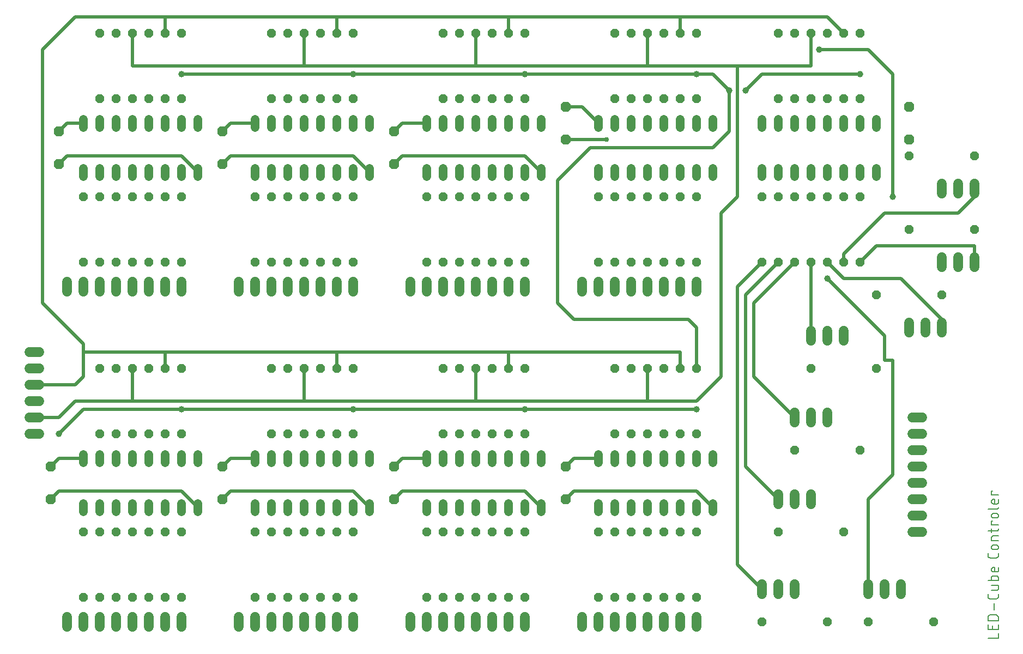
<source format=gbr>
G04 EAGLE Gerber RS-274X export*
G75*
%MOMM*%
%FSLAX34Y34*%
%LPD*%
%INTop Copper*%
%IPPOS*%
%AMOC8*
5,1,8,0,0,1.08239X$1,22.5*%
G01*
%ADD10C,0.152400*%
%ADD11C,1.320800*%
%ADD12C,1.524000*%
%ADD13P,1.429621X8X292.500000*%
%ADD14P,1.429621X8X22.500000*%
%ADD15P,1.429621X8X202.500000*%
%ADD16P,1.429621X8X112.500000*%
%ADD17P,1.732040X8X292.500000*%
%ADD18C,0.508000*%
%ADD19C,0.756400*%
%ADD20C,1.000000*%


D10*
X1506982Y26162D02*
X1523238Y26162D01*
X1523238Y33387D01*
X1523238Y39709D02*
X1523238Y46934D01*
X1523238Y39709D02*
X1506982Y39709D01*
X1506982Y46934D01*
X1514207Y45128D02*
X1514207Y39709D01*
X1506982Y53226D02*
X1523238Y53226D01*
X1506982Y53226D02*
X1506982Y57742D01*
X1506984Y57873D01*
X1506990Y58005D01*
X1506999Y58136D01*
X1507013Y58266D01*
X1507030Y58397D01*
X1507051Y58526D01*
X1507075Y58655D01*
X1507104Y58783D01*
X1507136Y58911D01*
X1507172Y59037D01*
X1507211Y59162D01*
X1507254Y59287D01*
X1507301Y59409D01*
X1507351Y59531D01*
X1507405Y59651D01*
X1507462Y59769D01*
X1507523Y59885D01*
X1507587Y60000D01*
X1507654Y60113D01*
X1507725Y60224D01*
X1507799Y60332D01*
X1507876Y60439D01*
X1507956Y60543D01*
X1508039Y60645D01*
X1508124Y60744D01*
X1508213Y60841D01*
X1508305Y60935D01*
X1508399Y61027D01*
X1508496Y61116D01*
X1508595Y61201D01*
X1508697Y61284D01*
X1508801Y61364D01*
X1508908Y61441D01*
X1509016Y61515D01*
X1509127Y61586D01*
X1509240Y61653D01*
X1509355Y61717D01*
X1509471Y61778D01*
X1509589Y61835D01*
X1509709Y61889D01*
X1509831Y61939D01*
X1509953Y61986D01*
X1510078Y62029D01*
X1510203Y62068D01*
X1510329Y62104D01*
X1510457Y62136D01*
X1510585Y62165D01*
X1510714Y62189D01*
X1510843Y62210D01*
X1510974Y62227D01*
X1511104Y62241D01*
X1511235Y62250D01*
X1511367Y62256D01*
X1511498Y62258D01*
X1511498Y62257D02*
X1518722Y62257D01*
X1518722Y62258D02*
X1518853Y62256D01*
X1518985Y62250D01*
X1519116Y62241D01*
X1519246Y62227D01*
X1519377Y62210D01*
X1519506Y62189D01*
X1519635Y62165D01*
X1519763Y62136D01*
X1519891Y62104D01*
X1520017Y62068D01*
X1520142Y62029D01*
X1520267Y61986D01*
X1520389Y61939D01*
X1520511Y61889D01*
X1520631Y61835D01*
X1520749Y61778D01*
X1520865Y61717D01*
X1520980Y61653D01*
X1521093Y61586D01*
X1521204Y61515D01*
X1521312Y61441D01*
X1521419Y61364D01*
X1521523Y61284D01*
X1521625Y61201D01*
X1521724Y61116D01*
X1521821Y61027D01*
X1521915Y60935D01*
X1522007Y60841D01*
X1522096Y60744D01*
X1522181Y60645D01*
X1522264Y60543D01*
X1522344Y60439D01*
X1522421Y60332D01*
X1522495Y60224D01*
X1522566Y60113D01*
X1522633Y60000D01*
X1522697Y59885D01*
X1522758Y59769D01*
X1522815Y59651D01*
X1522869Y59531D01*
X1522919Y59409D01*
X1522966Y59287D01*
X1523009Y59162D01*
X1523048Y59037D01*
X1523084Y58911D01*
X1523116Y58783D01*
X1523145Y58655D01*
X1523169Y58526D01*
X1523190Y58396D01*
X1523207Y58266D01*
X1523221Y58136D01*
X1523230Y58005D01*
X1523236Y57873D01*
X1523238Y57742D01*
X1523238Y53226D01*
X1516916Y69518D02*
X1516916Y80355D01*
X1523238Y90667D02*
X1523238Y94279D01*
X1523238Y90667D02*
X1523236Y90549D01*
X1523230Y90431D01*
X1523221Y90313D01*
X1523207Y90196D01*
X1523190Y90079D01*
X1523169Y89962D01*
X1523144Y89847D01*
X1523115Y89732D01*
X1523082Y89618D01*
X1523046Y89506D01*
X1523006Y89395D01*
X1522963Y89285D01*
X1522916Y89176D01*
X1522866Y89069D01*
X1522811Y88964D01*
X1522754Y88861D01*
X1522693Y88760D01*
X1522629Y88660D01*
X1522562Y88563D01*
X1522492Y88468D01*
X1522418Y88376D01*
X1522342Y88285D01*
X1522262Y88198D01*
X1522180Y88113D01*
X1522095Y88031D01*
X1522008Y87951D01*
X1521917Y87875D01*
X1521825Y87801D01*
X1521730Y87731D01*
X1521633Y87664D01*
X1521533Y87600D01*
X1521432Y87539D01*
X1521329Y87482D01*
X1521224Y87427D01*
X1521117Y87377D01*
X1521008Y87330D01*
X1520898Y87287D01*
X1520787Y87247D01*
X1520675Y87211D01*
X1520561Y87178D01*
X1520446Y87149D01*
X1520331Y87124D01*
X1520214Y87103D01*
X1520097Y87086D01*
X1519980Y87072D01*
X1519862Y87063D01*
X1519744Y87057D01*
X1519626Y87055D01*
X1510594Y87055D01*
X1510594Y87054D02*
X1510476Y87056D01*
X1510358Y87062D01*
X1510240Y87071D01*
X1510122Y87085D01*
X1510005Y87102D01*
X1509889Y87123D01*
X1509774Y87148D01*
X1509659Y87177D01*
X1509545Y87210D01*
X1509433Y87246D01*
X1509321Y87286D01*
X1509211Y87329D01*
X1509103Y87376D01*
X1508996Y87427D01*
X1508891Y87481D01*
X1508788Y87538D01*
X1508686Y87599D01*
X1508587Y87663D01*
X1508490Y87730D01*
X1508395Y87801D01*
X1508302Y87874D01*
X1508212Y87951D01*
X1508124Y88030D01*
X1508039Y88112D01*
X1507957Y88197D01*
X1507878Y88285D01*
X1507801Y88375D01*
X1507728Y88468D01*
X1507657Y88562D01*
X1507590Y88660D01*
X1507526Y88759D01*
X1507465Y88860D01*
X1507408Y88964D01*
X1507354Y89069D01*
X1507303Y89176D01*
X1507256Y89284D01*
X1507213Y89394D01*
X1507173Y89506D01*
X1507137Y89618D01*
X1507104Y89732D01*
X1507075Y89847D01*
X1507050Y89962D01*
X1507029Y90078D01*
X1507012Y90195D01*
X1506998Y90313D01*
X1506989Y90431D01*
X1506983Y90549D01*
X1506981Y90667D01*
X1506982Y90667D02*
X1506982Y94279D01*
X1512401Y100502D02*
X1520529Y100502D01*
X1520630Y100504D01*
X1520731Y100510D01*
X1520832Y100519D01*
X1520933Y100532D01*
X1521033Y100549D01*
X1521132Y100570D01*
X1521230Y100594D01*
X1521327Y100622D01*
X1521424Y100654D01*
X1521519Y100689D01*
X1521612Y100728D01*
X1521704Y100770D01*
X1521795Y100816D01*
X1521884Y100865D01*
X1521970Y100917D01*
X1522055Y100973D01*
X1522138Y101031D01*
X1522218Y101093D01*
X1522296Y101158D01*
X1522372Y101225D01*
X1522445Y101295D01*
X1522515Y101368D01*
X1522582Y101444D01*
X1522647Y101522D01*
X1522709Y101602D01*
X1522767Y101685D01*
X1522823Y101770D01*
X1522875Y101856D01*
X1522924Y101945D01*
X1522970Y102036D01*
X1523012Y102128D01*
X1523051Y102221D01*
X1523086Y102316D01*
X1523118Y102413D01*
X1523146Y102510D01*
X1523170Y102608D01*
X1523191Y102707D01*
X1523208Y102807D01*
X1523221Y102908D01*
X1523230Y103009D01*
X1523236Y103110D01*
X1523238Y103211D01*
X1523238Y107727D01*
X1512401Y107727D01*
X1506982Y115164D02*
X1523238Y115164D01*
X1523238Y119680D01*
X1523236Y119781D01*
X1523230Y119882D01*
X1523221Y119983D01*
X1523208Y120084D01*
X1523191Y120184D01*
X1523170Y120283D01*
X1523146Y120381D01*
X1523118Y120478D01*
X1523086Y120575D01*
X1523051Y120670D01*
X1523012Y120763D01*
X1522970Y120855D01*
X1522924Y120946D01*
X1522875Y121035D01*
X1522823Y121121D01*
X1522767Y121206D01*
X1522709Y121289D01*
X1522647Y121369D01*
X1522582Y121447D01*
X1522515Y121523D01*
X1522445Y121596D01*
X1522372Y121666D01*
X1522296Y121733D01*
X1522218Y121798D01*
X1522138Y121860D01*
X1522055Y121918D01*
X1521970Y121974D01*
X1521884Y122026D01*
X1521795Y122075D01*
X1521704Y122121D01*
X1521612Y122163D01*
X1521519Y122202D01*
X1521424Y122237D01*
X1521327Y122269D01*
X1521230Y122297D01*
X1521132Y122321D01*
X1521033Y122342D01*
X1520933Y122359D01*
X1520832Y122372D01*
X1520731Y122381D01*
X1520630Y122387D01*
X1520529Y122389D01*
X1515110Y122389D01*
X1515009Y122387D01*
X1514908Y122381D01*
X1514807Y122372D01*
X1514706Y122359D01*
X1514606Y122342D01*
X1514507Y122321D01*
X1514409Y122297D01*
X1514312Y122269D01*
X1514215Y122237D01*
X1514120Y122202D01*
X1514027Y122163D01*
X1513935Y122121D01*
X1513844Y122075D01*
X1513756Y122026D01*
X1513669Y121974D01*
X1513584Y121918D01*
X1513501Y121860D01*
X1513421Y121798D01*
X1513343Y121733D01*
X1513267Y121666D01*
X1513194Y121596D01*
X1513124Y121523D01*
X1513057Y121447D01*
X1512992Y121369D01*
X1512930Y121289D01*
X1512872Y121206D01*
X1512816Y121121D01*
X1512764Y121035D01*
X1512715Y120946D01*
X1512669Y120855D01*
X1512627Y120763D01*
X1512588Y120670D01*
X1512553Y120575D01*
X1512521Y120478D01*
X1512493Y120381D01*
X1512469Y120283D01*
X1512448Y120184D01*
X1512431Y120084D01*
X1512418Y119983D01*
X1512409Y119882D01*
X1512403Y119781D01*
X1512401Y119680D01*
X1512401Y115164D01*
X1523238Y131348D02*
X1523238Y135863D01*
X1523238Y131348D02*
X1523236Y131247D01*
X1523230Y131146D01*
X1523221Y131045D01*
X1523208Y130944D01*
X1523191Y130844D01*
X1523170Y130745D01*
X1523146Y130647D01*
X1523118Y130550D01*
X1523086Y130453D01*
X1523051Y130358D01*
X1523012Y130265D01*
X1522970Y130173D01*
X1522924Y130082D01*
X1522875Y129993D01*
X1522823Y129907D01*
X1522767Y129822D01*
X1522709Y129739D01*
X1522647Y129659D01*
X1522582Y129581D01*
X1522515Y129505D01*
X1522445Y129432D01*
X1522372Y129362D01*
X1522296Y129295D01*
X1522218Y129230D01*
X1522138Y129168D01*
X1522055Y129110D01*
X1521970Y129054D01*
X1521884Y129002D01*
X1521795Y128953D01*
X1521704Y128907D01*
X1521612Y128865D01*
X1521519Y128826D01*
X1521424Y128791D01*
X1521327Y128759D01*
X1521230Y128731D01*
X1521132Y128707D01*
X1521033Y128686D01*
X1520933Y128669D01*
X1520832Y128656D01*
X1520731Y128647D01*
X1520630Y128641D01*
X1520529Y128639D01*
X1520529Y128638D02*
X1516013Y128638D01*
X1516013Y128639D02*
X1515894Y128641D01*
X1515774Y128647D01*
X1515655Y128657D01*
X1515537Y128671D01*
X1515418Y128688D01*
X1515301Y128710D01*
X1515184Y128735D01*
X1515069Y128765D01*
X1514954Y128798D01*
X1514840Y128835D01*
X1514728Y128875D01*
X1514617Y128920D01*
X1514508Y128968D01*
X1514400Y129019D01*
X1514294Y129074D01*
X1514190Y129133D01*
X1514088Y129195D01*
X1513988Y129260D01*
X1513890Y129329D01*
X1513794Y129401D01*
X1513701Y129476D01*
X1513611Y129553D01*
X1513523Y129634D01*
X1513438Y129718D01*
X1513356Y129805D01*
X1513276Y129894D01*
X1513200Y129986D01*
X1513126Y130080D01*
X1513056Y130177D01*
X1512989Y130275D01*
X1512925Y130376D01*
X1512865Y130480D01*
X1512808Y130585D01*
X1512755Y130692D01*
X1512705Y130800D01*
X1512659Y130910D01*
X1512617Y131022D01*
X1512578Y131135D01*
X1512543Y131249D01*
X1512512Y131364D01*
X1512484Y131481D01*
X1512461Y131598D01*
X1512441Y131715D01*
X1512425Y131834D01*
X1512413Y131953D01*
X1512405Y132072D01*
X1512401Y132191D01*
X1512401Y132311D01*
X1512405Y132430D01*
X1512413Y132549D01*
X1512425Y132668D01*
X1512441Y132787D01*
X1512461Y132904D01*
X1512484Y133021D01*
X1512512Y133138D01*
X1512543Y133253D01*
X1512578Y133367D01*
X1512617Y133480D01*
X1512659Y133592D01*
X1512705Y133702D01*
X1512755Y133810D01*
X1512808Y133917D01*
X1512865Y134022D01*
X1512925Y134126D01*
X1512989Y134227D01*
X1513056Y134325D01*
X1513126Y134422D01*
X1513200Y134516D01*
X1513276Y134608D01*
X1513356Y134697D01*
X1513438Y134784D01*
X1513523Y134868D01*
X1513611Y134949D01*
X1513701Y135026D01*
X1513794Y135101D01*
X1513890Y135173D01*
X1513988Y135242D01*
X1514088Y135307D01*
X1514190Y135369D01*
X1514294Y135428D01*
X1514400Y135483D01*
X1514508Y135534D01*
X1514617Y135582D01*
X1514728Y135627D01*
X1514840Y135667D01*
X1514954Y135704D01*
X1515069Y135737D01*
X1515184Y135767D01*
X1515301Y135792D01*
X1515418Y135814D01*
X1515537Y135831D01*
X1515655Y135845D01*
X1515774Y135855D01*
X1515894Y135861D01*
X1516013Y135863D01*
X1517819Y135863D01*
X1517819Y128638D01*
X1523238Y154234D02*
X1523238Y157846D01*
X1523238Y154234D02*
X1523236Y154116D01*
X1523230Y153998D01*
X1523221Y153880D01*
X1523207Y153763D01*
X1523190Y153646D01*
X1523169Y153529D01*
X1523144Y153414D01*
X1523115Y153299D01*
X1523082Y153185D01*
X1523046Y153073D01*
X1523006Y152962D01*
X1522963Y152852D01*
X1522916Y152743D01*
X1522866Y152636D01*
X1522811Y152531D01*
X1522754Y152428D01*
X1522693Y152327D01*
X1522629Y152227D01*
X1522562Y152130D01*
X1522492Y152035D01*
X1522418Y151943D01*
X1522342Y151852D01*
X1522262Y151765D01*
X1522180Y151680D01*
X1522095Y151598D01*
X1522008Y151518D01*
X1521917Y151442D01*
X1521825Y151368D01*
X1521730Y151298D01*
X1521633Y151231D01*
X1521533Y151167D01*
X1521432Y151106D01*
X1521329Y151049D01*
X1521224Y150994D01*
X1521117Y150944D01*
X1521008Y150897D01*
X1520898Y150854D01*
X1520787Y150814D01*
X1520675Y150778D01*
X1520561Y150745D01*
X1520446Y150716D01*
X1520331Y150691D01*
X1520214Y150670D01*
X1520097Y150653D01*
X1519980Y150639D01*
X1519862Y150630D01*
X1519744Y150624D01*
X1519626Y150622D01*
X1519626Y150621D02*
X1510594Y150621D01*
X1510476Y150623D01*
X1510358Y150629D01*
X1510240Y150638D01*
X1510122Y150652D01*
X1510005Y150669D01*
X1509889Y150690D01*
X1509774Y150715D01*
X1509659Y150744D01*
X1509545Y150777D01*
X1509433Y150813D01*
X1509321Y150853D01*
X1509211Y150896D01*
X1509103Y150943D01*
X1508996Y150994D01*
X1508891Y151048D01*
X1508788Y151105D01*
X1508686Y151166D01*
X1508587Y151230D01*
X1508490Y151297D01*
X1508395Y151368D01*
X1508302Y151441D01*
X1508212Y151518D01*
X1508124Y151597D01*
X1508039Y151679D01*
X1507957Y151764D01*
X1507878Y151852D01*
X1507801Y151942D01*
X1507728Y152035D01*
X1507657Y152129D01*
X1507590Y152227D01*
X1507526Y152326D01*
X1507465Y152427D01*
X1507408Y152531D01*
X1507354Y152636D01*
X1507303Y152743D01*
X1507256Y152851D01*
X1507213Y152961D01*
X1507173Y153073D01*
X1507137Y153185D01*
X1507104Y153299D01*
X1507075Y153414D01*
X1507050Y153529D01*
X1507029Y153645D01*
X1507012Y153762D01*
X1506998Y153880D01*
X1506989Y153998D01*
X1506983Y154116D01*
X1506981Y154234D01*
X1506982Y154234D02*
X1506982Y157846D01*
X1516013Y163548D02*
X1519626Y163548D01*
X1516013Y163548D02*
X1515894Y163550D01*
X1515774Y163556D01*
X1515655Y163566D01*
X1515537Y163580D01*
X1515418Y163597D01*
X1515301Y163619D01*
X1515184Y163644D01*
X1515069Y163674D01*
X1514954Y163707D01*
X1514840Y163744D01*
X1514728Y163784D01*
X1514617Y163829D01*
X1514508Y163877D01*
X1514400Y163928D01*
X1514294Y163983D01*
X1514190Y164042D01*
X1514088Y164104D01*
X1513988Y164169D01*
X1513890Y164238D01*
X1513794Y164310D01*
X1513701Y164385D01*
X1513611Y164462D01*
X1513523Y164543D01*
X1513438Y164627D01*
X1513356Y164714D01*
X1513276Y164803D01*
X1513200Y164895D01*
X1513126Y164989D01*
X1513056Y165086D01*
X1512989Y165184D01*
X1512925Y165285D01*
X1512865Y165389D01*
X1512808Y165494D01*
X1512755Y165601D01*
X1512705Y165709D01*
X1512659Y165819D01*
X1512617Y165931D01*
X1512578Y166044D01*
X1512543Y166158D01*
X1512512Y166273D01*
X1512484Y166390D01*
X1512461Y166507D01*
X1512441Y166624D01*
X1512425Y166743D01*
X1512413Y166862D01*
X1512405Y166981D01*
X1512401Y167100D01*
X1512401Y167220D01*
X1512405Y167339D01*
X1512413Y167458D01*
X1512425Y167577D01*
X1512441Y167696D01*
X1512461Y167813D01*
X1512484Y167930D01*
X1512512Y168047D01*
X1512543Y168162D01*
X1512578Y168276D01*
X1512617Y168389D01*
X1512659Y168501D01*
X1512705Y168611D01*
X1512755Y168719D01*
X1512808Y168826D01*
X1512865Y168931D01*
X1512925Y169035D01*
X1512989Y169136D01*
X1513056Y169234D01*
X1513126Y169331D01*
X1513200Y169425D01*
X1513276Y169517D01*
X1513356Y169606D01*
X1513438Y169693D01*
X1513523Y169777D01*
X1513611Y169858D01*
X1513701Y169935D01*
X1513794Y170010D01*
X1513890Y170082D01*
X1513988Y170151D01*
X1514088Y170216D01*
X1514190Y170278D01*
X1514294Y170337D01*
X1514400Y170392D01*
X1514508Y170443D01*
X1514617Y170491D01*
X1514728Y170536D01*
X1514840Y170576D01*
X1514954Y170613D01*
X1515069Y170646D01*
X1515184Y170676D01*
X1515301Y170701D01*
X1515418Y170723D01*
X1515537Y170740D01*
X1515655Y170754D01*
X1515774Y170764D01*
X1515894Y170770D01*
X1516013Y170772D01*
X1516013Y170773D02*
X1519626Y170773D01*
X1519626Y170772D02*
X1519745Y170770D01*
X1519865Y170764D01*
X1519984Y170754D01*
X1520102Y170740D01*
X1520221Y170723D01*
X1520338Y170701D01*
X1520455Y170676D01*
X1520570Y170646D01*
X1520685Y170613D01*
X1520799Y170576D01*
X1520911Y170536D01*
X1521022Y170491D01*
X1521131Y170443D01*
X1521239Y170392D01*
X1521345Y170337D01*
X1521449Y170278D01*
X1521551Y170216D01*
X1521651Y170151D01*
X1521749Y170082D01*
X1521845Y170010D01*
X1521938Y169935D01*
X1522028Y169858D01*
X1522116Y169777D01*
X1522201Y169693D01*
X1522283Y169606D01*
X1522363Y169517D01*
X1522439Y169425D01*
X1522513Y169331D01*
X1522583Y169234D01*
X1522650Y169136D01*
X1522714Y169035D01*
X1522774Y168931D01*
X1522831Y168826D01*
X1522884Y168719D01*
X1522934Y168611D01*
X1522980Y168501D01*
X1523022Y168389D01*
X1523061Y168276D01*
X1523096Y168162D01*
X1523127Y168047D01*
X1523155Y167930D01*
X1523178Y167813D01*
X1523198Y167696D01*
X1523214Y167577D01*
X1523226Y167458D01*
X1523234Y167339D01*
X1523238Y167220D01*
X1523238Y167100D01*
X1523234Y166981D01*
X1523226Y166862D01*
X1523214Y166743D01*
X1523198Y166624D01*
X1523178Y166507D01*
X1523155Y166390D01*
X1523127Y166273D01*
X1523096Y166158D01*
X1523061Y166044D01*
X1523022Y165931D01*
X1522980Y165819D01*
X1522934Y165709D01*
X1522884Y165601D01*
X1522831Y165494D01*
X1522774Y165389D01*
X1522714Y165285D01*
X1522650Y165184D01*
X1522583Y165086D01*
X1522513Y164989D01*
X1522439Y164895D01*
X1522363Y164803D01*
X1522283Y164714D01*
X1522201Y164627D01*
X1522116Y164543D01*
X1522028Y164462D01*
X1521938Y164385D01*
X1521845Y164310D01*
X1521749Y164238D01*
X1521651Y164169D01*
X1521551Y164104D01*
X1521449Y164042D01*
X1521345Y163983D01*
X1521239Y163928D01*
X1521131Y163877D01*
X1521022Y163829D01*
X1520911Y163784D01*
X1520799Y163744D01*
X1520685Y163707D01*
X1520570Y163674D01*
X1520455Y163644D01*
X1520338Y163619D01*
X1520221Y163597D01*
X1520102Y163580D01*
X1519984Y163566D01*
X1519865Y163556D01*
X1519745Y163550D01*
X1519626Y163548D01*
X1523238Y177616D02*
X1512401Y177616D01*
X1512401Y182132D01*
X1512403Y182236D01*
X1512409Y182339D01*
X1512419Y182443D01*
X1512433Y182546D01*
X1512451Y182648D01*
X1512472Y182749D01*
X1512498Y182850D01*
X1512527Y182949D01*
X1512560Y183048D01*
X1512597Y183145D01*
X1512638Y183240D01*
X1512682Y183334D01*
X1512730Y183426D01*
X1512781Y183516D01*
X1512836Y183605D01*
X1512894Y183691D01*
X1512956Y183774D01*
X1513020Y183856D01*
X1513088Y183934D01*
X1513158Y184010D01*
X1513231Y184084D01*
X1513308Y184154D01*
X1513386Y184222D01*
X1513468Y184286D01*
X1513551Y184348D01*
X1513637Y184406D01*
X1513726Y184461D01*
X1513816Y184512D01*
X1513908Y184560D01*
X1514002Y184604D01*
X1514097Y184645D01*
X1514194Y184682D01*
X1514293Y184715D01*
X1514392Y184744D01*
X1514493Y184770D01*
X1514594Y184791D01*
X1514696Y184809D01*
X1514799Y184823D01*
X1514903Y184833D01*
X1515006Y184839D01*
X1515110Y184841D01*
X1523238Y184841D01*
X1512401Y190387D02*
X1512401Y195806D01*
X1506982Y192193D02*
X1520529Y192193D01*
X1520630Y192195D01*
X1520731Y192201D01*
X1520832Y192210D01*
X1520933Y192223D01*
X1521033Y192240D01*
X1521132Y192261D01*
X1521230Y192285D01*
X1521327Y192313D01*
X1521424Y192345D01*
X1521519Y192380D01*
X1521612Y192419D01*
X1521704Y192461D01*
X1521795Y192507D01*
X1521884Y192556D01*
X1521970Y192608D01*
X1522055Y192664D01*
X1522138Y192722D01*
X1522218Y192784D01*
X1522296Y192849D01*
X1522372Y192916D01*
X1522445Y192986D01*
X1522515Y193059D01*
X1522582Y193135D01*
X1522647Y193213D01*
X1522709Y193293D01*
X1522767Y193376D01*
X1522823Y193461D01*
X1522875Y193547D01*
X1522924Y193636D01*
X1522970Y193727D01*
X1523012Y193819D01*
X1523051Y193912D01*
X1523086Y194007D01*
X1523118Y194104D01*
X1523146Y194201D01*
X1523170Y194299D01*
X1523191Y194398D01*
X1523208Y194498D01*
X1523221Y194599D01*
X1523230Y194700D01*
X1523236Y194801D01*
X1523238Y194902D01*
X1523238Y195806D01*
X1523238Y202190D02*
X1512401Y202190D01*
X1512401Y207608D01*
X1514207Y207608D01*
X1516013Y212526D02*
X1519626Y212526D01*
X1516013Y212526D02*
X1515894Y212528D01*
X1515774Y212534D01*
X1515655Y212544D01*
X1515537Y212558D01*
X1515418Y212575D01*
X1515301Y212597D01*
X1515184Y212622D01*
X1515069Y212652D01*
X1514954Y212685D01*
X1514840Y212722D01*
X1514728Y212762D01*
X1514617Y212807D01*
X1514508Y212855D01*
X1514400Y212906D01*
X1514294Y212961D01*
X1514190Y213020D01*
X1514088Y213082D01*
X1513988Y213147D01*
X1513890Y213216D01*
X1513794Y213288D01*
X1513701Y213363D01*
X1513611Y213440D01*
X1513523Y213521D01*
X1513438Y213605D01*
X1513356Y213692D01*
X1513276Y213781D01*
X1513200Y213873D01*
X1513126Y213967D01*
X1513056Y214064D01*
X1512989Y214162D01*
X1512925Y214263D01*
X1512865Y214367D01*
X1512808Y214472D01*
X1512755Y214579D01*
X1512705Y214687D01*
X1512659Y214797D01*
X1512617Y214909D01*
X1512578Y215022D01*
X1512543Y215136D01*
X1512512Y215251D01*
X1512484Y215368D01*
X1512461Y215485D01*
X1512441Y215602D01*
X1512425Y215721D01*
X1512413Y215840D01*
X1512405Y215959D01*
X1512401Y216078D01*
X1512401Y216198D01*
X1512405Y216317D01*
X1512413Y216436D01*
X1512425Y216555D01*
X1512441Y216674D01*
X1512461Y216791D01*
X1512484Y216908D01*
X1512512Y217025D01*
X1512543Y217140D01*
X1512578Y217254D01*
X1512617Y217367D01*
X1512659Y217479D01*
X1512705Y217589D01*
X1512755Y217697D01*
X1512808Y217804D01*
X1512865Y217909D01*
X1512925Y218013D01*
X1512989Y218114D01*
X1513056Y218212D01*
X1513126Y218309D01*
X1513200Y218403D01*
X1513276Y218495D01*
X1513356Y218584D01*
X1513438Y218671D01*
X1513523Y218755D01*
X1513611Y218836D01*
X1513701Y218913D01*
X1513794Y218988D01*
X1513890Y219060D01*
X1513988Y219129D01*
X1514088Y219194D01*
X1514190Y219256D01*
X1514294Y219315D01*
X1514400Y219370D01*
X1514508Y219421D01*
X1514617Y219469D01*
X1514728Y219514D01*
X1514840Y219554D01*
X1514954Y219591D01*
X1515069Y219624D01*
X1515184Y219654D01*
X1515301Y219679D01*
X1515418Y219701D01*
X1515537Y219718D01*
X1515655Y219732D01*
X1515774Y219742D01*
X1515894Y219748D01*
X1516013Y219750D01*
X1516013Y219751D02*
X1519626Y219751D01*
X1519626Y219750D02*
X1519745Y219748D01*
X1519865Y219742D01*
X1519984Y219732D01*
X1520102Y219718D01*
X1520221Y219701D01*
X1520338Y219679D01*
X1520455Y219654D01*
X1520570Y219624D01*
X1520685Y219591D01*
X1520799Y219554D01*
X1520911Y219514D01*
X1521022Y219469D01*
X1521131Y219421D01*
X1521239Y219370D01*
X1521345Y219315D01*
X1521449Y219256D01*
X1521551Y219194D01*
X1521651Y219129D01*
X1521749Y219060D01*
X1521845Y218988D01*
X1521938Y218913D01*
X1522028Y218836D01*
X1522116Y218755D01*
X1522201Y218671D01*
X1522283Y218584D01*
X1522363Y218495D01*
X1522439Y218403D01*
X1522513Y218309D01*
X1522583Y218212D01*
X1522650Y218114D01*
X1522714Y218013D01*
X1522774Y217909D01*
X1522831Y217804D01*
X1522884Y217697D01*
X1522934Y217589D01*
X1522980Y217479D01*
X1523022Y217367D01*
X1523061Y217254D01*
X1523096Y217140D01*
X1523127Y217025D01*
X1523155Y216908D01*
X1523178Y216791D01*
X1523198Y216674D01*
X1523214Y216555D01*
X1523226Y216436D01*
X1523234Y216317D01*
X1523238Y216198D01*
X1523238Y216078D01*
X1523234Y215959D01*
X1523226Y215840D01*
X1523214Y215721D01*
X1523198Y215602D01*
X1523178Y215485D01*
X1523155Y215368D01*
X1523127Y215251D01*
X1523096Y215136D01*
X1523061Y215022D01*
X1523022Y214909D01*
X1522980Y214797D01*
X1522934Y214687D01*
X1522884Y214579D01*
X1522831Y214472D01*
X1522774Y214367D01*
X1522714Y214263D01*
X1522650Y214162D01*
X1522583Y214064D01*
X1522513Y213967D01*
X1522439Y213873D01*
X1522363Y213781D01*
X1522283Y213692D01*
X1522201Y213605D01*
X1522116Y213521D01*
X1522028Y213440D01*
X1521938Y213363D01*
X1521845Y213288D01*
X1521749Y213216D01*
X1521651Y213147D01*
X1521551Y213082D01*
X1521449Y213020D01*
X1521345Y212961D01*
X1521239Y212906D01*
X1521131Y212855D01*
X1521022Y212807D01*
X1520911Y212762D01*
X1520799Y212722D01*
X1520685Y212685D01*
X1520570Y212652D01*
X1520455Y212622D01*
X1520338Y212597D01*
X1520221Y212575D01*
X1520102Y212558D01*
X1519984Y212544D01*
X1519865Y212534D01*
X1519745Y212528D01*
X1519626Y212526D01*
X1520529Y226310D02*
X1506982Y226310D01*
X1520529Y226310D02*
X1520630Y226312D01*
X1520731Y226318D01*
X1520832Y226327D01*
X1520933Y226340D01*
X1521033Y226357D01*
X1521132Y226378D01*
X1521230Y226402D01*
X1521327Y226430D01*
X1521424Y226462D01*
X1521519Y226497D01*
X1521612Y226536D01*
X1521704Y226578D01*
X1521795Y226624D01*
X1521884Y226673D01*
X1521970Y226725D01*
X1522055Y226781D01*
X1522138Y226839D01*
X1522218Y226901D01*
X1522296Y226966D01*
X1522372Y227033D01*
X1522445Y227103D01*
X1522515Y227176D01*
X1522582Y227252D01*
X1522647Y227330D01*
X1522709Y227410D01*
X1522767Y227493D01*
X1522823Y227578D01*
X1522875Y227664D01*
X1522924Y227753D01*
X1522970Y227844D01*
X1523012Y227936D01*
X1523051Y228029D01*
X1523086Y228124D01*
X1523118Y228221D01*
X1523146Y228318D01*
X1523170Y228416D01*
X1523191Y228515D01*
X1523208Y228615D01*
X1523221Y228716D01*
X1523230Y228817D01*
X1523236Y228918D01*
X1523238Y229019D01*
X1523238Y237119D02*
X1523238Y241634D01*
X1523238Y237119D02*
X1523236Y237018D01*
X1523230Y236917D01*
X1523221Y236816D01*
X1523208Y236715D01*
X1523191Y236615D01*
X1523170Y236516D01*
X1523146Y236418D01*
X1523118Y236321D01*
X1523086Y236224D01*
X1523051Y236129D01*
X1523012Y236036D01*
X1522970Y235944D01*
X1522924Y235853D01*
X1522875Y235764D01*
X1522823Y235678D01*
X1522767Y235593D01*
X1522709Y235510D01*
X1522647Y235430D01*
X1522582Y235352D01*
X1522515Y235276D01*
X1522445Y235203D01*
X1522372Y235133D01*
X1522296Y235066D01*
X1522218Y235001D01*
X1522138Y234939D01*
X1522055Y234881D01*
X1521970Y234825D01*
X1521884Y234773D01*
X1521795Y234724D01*
X1521704Y234678D01*
X1521612Y234636D01*
X1521519Y234597D01*
X1521424Y234562D01*
X1521327Y234530D01*
X1521230Y234502D01*
X1521132Y234478D01*
X1521033Y234457D01*
X1520933Y234440D01*
X1520832Y234427D01*
X1520731Y234418D01*
X1520630Y234412D01*
X1520529Y234410D01*
X1520529Y234409D02*
X1516013Y234409D01*
X1516013Y234410D02*
X1515894Y234412D01*
X1515774Y234418D01*
X1515655Y234428D01*
X1515537Y234442D01*
X1515418Y234459D01*
X1515301Y234481D01*
X1515184Y234506D01*
X1515069Y234536D01*
X1514954Y234569D01*
X1514840Y234606D01*
X1514728Y234646D01*
X1514617Y234691D01*
X1514508Y234739D01*
X1514400Y234790D01*
X1514294Y234845D01*
X1514190Y234904D01*
X1514088Y234966D01*
X1513988Y235031D01*
X1513890Y235100D01*
X1513794Y235172D01*
X1513701Y235247D01*
X1513611Y235324D01*
X1513523Y235405D01*
X1513438Y235489D01*
X1513356Y235576D01*
X1513276Y235665D01*
X1513200Y235757D01*
X1513126Y235851D01*
X1513056Y235948D01*
X1512989Y236046D01*
X1512925Y236147D01*
X1512865Y236251D01*
X1512808Y236356D01*
X1512755Y236463D01*
X1512705Y236571D01*
X1512659Y236681D01*
X1512617Y236793D01*
X1512578Y236906D01*
X1512543Y237020D01*
X1512512Y237135D01*
X1512484Y237252D01*
X1512461Y237369D01*
X1512441Y237486D01*
X1512425Y237605D01*
X1512413Y237724D01*
X1512405Y237843D01*
X1512401Y237962D01*
X1512401Y238082D01*
X1512405Y238201D01*
X1512413Y238320D01*
X1512425Y238439D01*
X1512441Y238558D01*
X1512461Y238675D01*
X1512484Y238792D01*
X1512512Y238909D01*
X1512543Y239024D01*
X1512578Y239138D01*
X1512617Y239251D01*
X1512659Y239363D01*
X1512705Y239473D01*
X1512755Y239581D01*
X1512808Y239688D01*
X1512865Y239793D01*
X1512925Y239897D01*
X1512989Y239998D01*
X1513056Y240096D01*
X1513126Y240193D01*
X1513200Y240287D01*
X1513276Y240379D01*
X1513356Y240468D01*
X1513438Y240555D01*
X1513523Y240639D01*
X1513611Y240720D01*
X1513701Y240797D01*
X1513794Y240872D01*
X1513890Y240944D01*
X1513988Y241013D01*
X1514088Y241078D01*
X1514190Y241140D01*
X1514294Y241199D01*
X1514400Y241254D01*
X1514508Y241305D01*
X1514617Y241353D01*
X1514728Y241398D01*
X1514840Y241438D01*
X1514954Y241475D01*
X1515069Y241508D01*
X1515184Y241538D01*
X1515301Y241563D01*
X1515418Y241585D01*
X1515537Y241602D01*
X1515655Y241616D01*
X1515774Y241626D01*
X1515894Y241632D01*
X1516013Y241634D01*
X1517819Y241634D01*
X1517819Y234409D01*
X1523238Y248562D02*
X1512401Y248562D01*
X1512401Y253981D01*
X1514207Y253981D01*
D11*
X101600Y235204D02*
X101600Y221996D01*
X127000Y221996D02*
X127000Y235204D01*
X254000Y235204D02*
X254000Y221996D01*
X279400Y221996D02*
X279400Y235204D01*
X152400Y235204D02*
X152400Y221996D01*
X177800Y221996D02*
X177800Y235204D01*
X228600Y235204D02*
X228600Y221996D01*
X203200Y221996D02*
X203200Y235204D01*
X279400Y298196D02*
X279400Y311404D01*
X254000Y311404D02*
X254000Y298196D01*
X228600Y298196D02*
X228600Y311404D01*
X203200Y311404D02*
X203200Y298196D01*
X177800Y298196D02*
X177800Y311404D01*
X152400Y311404D02*
X152400Y298196D01*
X127000Y298196D02*
X127000Y311404D01*
X101600Y311404D02*
X101600Y298196D01*
X368300Y235204D02*
X368300Y221996D01*
X393700Y221996D02*
X393700Y235204D01*
X520700Y235204D02*
X520700Y221996D01*
X546100Y221996D02*
X546100Y235204D01*
X419100Y235204D02*
X419100Y221996D01*
X444500Y221996D02*
X444500Y235204D01*
X495300Y235204D02*
X495300Y221996D01*
X469900Y221996D02*
X469900Y235204D01*
X546100Y298196D02*
X546100Y311404D01*
X520700Y311404D02*
X520700Y298196D01*
X495300Y298196D02*
X495300Y311404D01*
X469900Y311404D02*
X469900Y298196D01*
X444500Y298196D02*
X444500Y311404D01*
X419100Y311404D02*
X419100Y298196D01*
X393700Y298196D02*
X393700Y311404D01*
X368300Y311404D02*
X368300Y298196D01*
X635000Y235204D02*
X635000Y221996D01*
X660400Y221996D02*
X660400Y235204D01*
X787400Y235204D02*
X787400Y221996D01*
X812800Y221996D02*
X812800Y235204D01*
X685800Y235204D02*
X685800Y221996D01*
X711200Y221996D02*
X711200Y235204D01*
X762000Y235204D02*
X762000Y221996D01*
X736600Y221996D02*
X736600Y235204D01*
X812800Y298196D02*
X812800Y311404D01*
X787400Y311404D02*
X787400Y298196D01*
X762000Y298196D02*
X762000Y311404D01*
X736600Y311404D02*
X736600Y298196D01*
X711200Y298196D02*
X711200Y311404D01*
X685800Y311404D02*
X685800Y298196D01*
X660400Y298196D02*
X660400Y311404D01*
X635000Y311404D02*
X635000Y298196D01*
X901700Y235204D02*
X901700Y221996D01*
X927100Y221996D02*
X927100Y235204D01*
X1054100Y235204D02*
X1054100Y221996D01*
X1079500Y221996D02*
X1079500Y235204D01*
X952500Y235204D02*
X952500Y221996D01*
X977900Y221996D02*
X977900Y235204D01*
X1028700Y235204D02*
X1028700Y221996D01*
X1003300Y221996D02*
X1003300Y235204D01*
X1079500Y298196D02*
X1079500Y311404D01*
X1054100Y311404D02*
X1054100Y298196D01*
X1028700Y298196D02*
X1028700Y311404D01*
X1003300Y311404D02*
X1003300Y298196D01*
X977900Y298196D02*
X977900Y311404D01*
X952500Y311404D02*
X952500Y298196D01*
X927100Y298196D02*
X927100Y311404D01*
X901700Y311404D02*
X901700Y298196D01*
X101600Y742696D02*
X101600Y755904D01*
X127000Y755904D02*
X127000Y742696D01*
X254000Y742696D02*
X254000Y755904D01*
X279400Y755904D02*
X279400Y742696D01*
X152400Y742696D02*
X152400Y755904D01*
X177800Y755904D02*
X177800Y742696D01*
X228600Y742696D02*
X228600Y755904D01*
X203200Y755904D02*
X203200Y742696D01*
X279400Y818896D02*
X279400Y832104D01*
X254000Y832104D02*
X254000Y818896D01*
X228600Y818896D02*
X228600Y832104D01*
X203200Y832104D02*
X203200Y818896D01*
X177800Y818896D02*
X177800Y832104D01*
X152400Y832104D02*
X152400Y818896D01*
X127000Y818896D02*
X127000Y832104D01*
X101600Y832104D02*
X101600Y818896D01*
X368300Y755904D02*
X368300Y742696D01*
X393700Y742696D02*
X393700Y755904D01*
X520700Y755904D02*
X520700Y742696D01*
X546100Y742696D02*
X546100Y755904D01*
X419100Y755904D02*
X419100Y742696D01*
X444500Y742696D02*
X444500Y755904D01*
X495300Y755904D02*
X495300Y742696D01*
X469900Y742696D02*
X469900Y755904D01*
X546100Y818896D02*
X546100Y832104D01*
X520700Y832104D02*
X520700Y818896D01*
X495300Y818896D02*
X495300Y832104D01*
X469900Y832104D02*
X469900Y818896D01*
X444500Y818896D02*
X444500Y832104D01*
X419100Y832104D02*
X419100Y818896D01*
X393700Y818896D02*
X393700Y832104D01*
X368300Y832104D02*
X368300Y818896D01*
X635000Y755904D02*
X635000Y742696D01*
X660400Y742696D02*
X660400Y755904D01*
X787400Y755904D02*
X787400Y742696D01*
X812800Y742696D02*
X812800Y755904D01*
X685800Y755904D02*
X685800Y742696D01*
X711200Y742696D02*
X711200Y755904D01*
X762000Y755904D02*
X762000Y742696D01*
X736600Y742696D02*
X736600Y755904D01*
X812800Y818896D02*
X812800Y832104D01*
X787400Y832104D02*
X787400Y818896D01*
X762000Y818896D02*
X762000Y832104D01*
X736600Y832104D02*
X736600Y818896D01*
X711200Y818896D02*
X711200Y832104D01*
X685800Y832104D02*
X685800Y818896D01*
X660400Y818896D02*
X660400Y832104D01*
X635000Y832104D02*
X635000Y818896D01*
X901700Y755904D02*
X901700Y742696D01*
X927100Y742696D02*
X927100Y755904D01*
X1054100Y755904D02*
X1054100Y742696D01*
X1079500Y742696D02*
X1079500Y755904D01*
X952500Y755904D02*
X952500Y742696D01*
X977900Y742696D02*
X977900Y755904D01*
X1028700Y755904D02*
X1028700Y742696D01*
X1003300Y742696D02*
X1003300Y755904D01*
X1079500Y818896D02*
X1079500Y832104D01*
X1054100Y832104D02*
X1054100Y818896D01*
X1028700Y818896D02*
X1028700Y832104D01*
X1003300Y832104D02*
X1003300Y818896D01*
X977900Y818896D02*
X977900Y832104D01*
X952500Y832104D02*
X952500Y818896D01*
X927100Y818896D02*
X927100Y832104D01*
X901700Y832104D02*
X901700Y818896D01*
X1155700Y755904D02*
X1155700Y742696D01*
X1181100Y742696D02*
X1181100Y755904D01*
X1308100Y755904D02*
X1308100Y742696D01*
X1333500Y742696D02*
X1333500Y755904D01*
X1206500Y755904D02*
X1206500Y742696D01*
X1231900Y742696D02*
X1231900Y755904D01*
X1282700Y755904D02*
X1282700Y742696D01*
X1257300Y742696D02*
X1257300Y755904D01*
X1333500Y818896D02*
X1333500Y832104D01*
X1308100Y832104D02*
X1308100Y818896D01*
X1282700Y818896D02*
X1282700Y832104D01*
X1257300Y832104D02*
X1257300Y818896D01*
X1231900Y818896D02*
X1231900Y832104D01*
X1206500Y832104D02*
X1206500Y818896D01*
X1181100Y818896D02*
X1181100Y832104D01*
X1155700Y832104D02*
X1155700Y818896D01*
D12*
X76200Y58420D02*
X76200Y43180D01*
X101600Y43180D02*
X101600Y58420D01*
X127000Y58420D02*
X127000Y43180D01*
X152400Y43180D02*
X152400Y58420D01*
X177800Y58420D02*
X177800Y43180D01*
X203200Y43180D02*
X203200Y58420D01*
X228600Y58420D02*
X228600Y43180D01*
X254000Y43180D02*
X254000Y58420D01*
X33020Y469900D02*
X17780Y469900D01*
X17780Y444500D02*
X33020Y444500D01*
X33020Y419100D02*
X17780Y419100D01*
X17780Y393700D02*
X33020Y393700D01*
X33020Y368300D02*
X17780Y368300D01*
X17780Y342900D02*
X33020Y342900D01*
X342900Y58420D02*
X342900Y43180D01*
X368300Y43180D02*
X368300Y58420D01*
X393700Y58420D02*
X393700Y43180D01*
X419100Y43180D02*
X419100Y58420D01*
X444500Y58420D02*
X444500Y43180D01*
X469900Y43180D02*
X469900Y58420D01*
X495300Y58420D02*
X495300Y43180D01*
X520700Y43180D02*
X520700Y58420D01*
X609600Y58420D02*
X609600Y43180D01*
X635000Y43180D02*
X635000Y58420D01*
X660400Y58420D02*
X660400Y43180D01*
X685800Y43180D02*
X685800Y58420D01*
X711200Y58420D02*
X711200Y43180D01*
X736600Y43180D02*
X736600Y58420D01*
X762000Y58420D02*
X762000Y43180D01*
X787400Y43180D02*
X787400Y58420D01*
X876300Y58420D02*
X876300Y43180D01*
X901700Y43180D02*
X901700Y58420D01*
X927100Y58420D02*
X927100Y43180D01*
X952500Y43180D02*
X952500Y58420D01*
X977900Y58420D02*
X977900Y43180D01*
X1003300Y43180D02*
X1003300Y58420D01*
X1028700Y58420D02*
X1028700Y43180D01*
X1054100Y43180D02*
X1054100Y58420D01*
X76200Y563880D02*
X76200Y579120D01*
X101600Y579120D02*
X101600Y563880D01*
X127000Y563880D02*
X127000Y579120D01*
X152400Y579120D02*
X152400Y563880D01*
X177800Y563880D02*
X177800Y579120D01*
X203200Y579120D02*
X203200Y563880D01*
X228600Y563880D02*
X228600Y579120D01*
X254000Y579120D02*
X254000Y563880D01*
X342900Y563880D02*
X342900Y579120D01*
X368300Y579120D02*
X368300Y563880D01*
X393700Y563880D02*
X393700Y579120D01*
X419100Y579120D02*
X419100Y563880D01*
X444500Y563880D02*
X444500Y579120D01*
X469900Y579120D02*
X469900Y563880D01*
X495300Y563880D02*
X495300Y579120D01*
X520700Y579120D02*
X520700Y563880D01*
X609600Y563880D02*
X609600Y579120D01*
X635000Y579120D02*
X635000Y563880D01*
X660400Y563880D02*
X660400Y579120D01*
X685800Y579120D02*
X685800Y563880D01*
X711200Y563880D02*
X711200Y579120D01*
X736600Y579120D02*
X736600Y563880D01*
X762000Y563880D02*
X762000Y579120D01*
X787400Y579120D02*
X787400Y563880D01*
X876300Y563880D02*
X876300Y579120D01*
X901700Y579120D02*
X901700Y563880D01*
X927100Y563880D02*
X927100Y579120D01*
X952500Y579120D02*
X952500Y563880D01*
X977900Y563880D02*
X977900Y579120D01*
X1003300Y579120D02*
X1003300Y563880D01*
X1028700Y563880D02*
X1028700Y579120D01*
X1054100Y579120D02*
X1054100Y563880D01*
X1389380Y190500D02*
X1404620Y190500D01*
X1404620Y215900D02*
X1389380Y215900D01*
X1389380Y241300D02*
X1404620Y241300D01*
X1404620Y266700D02*
X1389380Y266700D01*
X1389380Y292100D02*
X1404620Y292100D01*
X1404620Y317500D02*
X1389380Y317500D01*
X1389380Y342900D02*
X1404620Y342900D01*
X1404620Y368300D02*
X1389380Y368300D01*
X1181100Y248920D02*
X1181100Y233680D01*
X1206500Y233680D02*
X1206500Y248920D01*
X1231900Y248920D02*
X1231900Y233680D01*
X1206500Y360680D02*
X1206500Y375920D01*
X1231900Y375920D02*
X1231900Y360680D01*
X1257300Y360680D02*
X1257300Y375920D01*
X1231900Y487680D02*
X1231900Y502920D01*
X1257300Y502920D02*
X1257300Y487680D01*
X1282700Y487680D02*
X1282700Y502920D01*
X1435100Y500380D02*
X1435100Y515620D01*
X1409700Y515620D02*
X1409700Y500380D01*
X1384300Y500380D02*
X1384300Y515620D01*
X1320800Y109220D02*
X1320800Y93980D01*
X1346200Y93980D02*
X1346200Y109220D01*
X1371600Y109220D02*
X1371600Y93980D01*
X1155700Y93980D02*
X1155700Y109220D01*
X1181100Y109220D02*
X1181100Y93980D01*
X1206500Y93980D02*
X1206500Y109220D01*
X1485900Y716280D02*
X1485900Y731520D01*
X1460500Y731520D02*
X1460500Y716280D01*
X1435100Y716280D02*
X1435100Y731520D01*
X1485900Y617220D02*
X1485900Y601980D01*
X1460500Y601980D02*
X1460500Y617220D01*
X1435100Y617220D02*
X1435100Y601980D01*
D13*
X152400Y444500D03*
X152400Y342900D03*
X203200Y190500D03*
X203200Y88900D03*
X1231900Y965200D03*
X1231900Y863600D03*
X1181100Y711200D03*
X1181100Y609600D03*
D14*
X1181100Y190500D03*
X1282700Y190500D03*
D13*
X1206500Y711200D03*
X1206500Y609600D03*
D14*
X1206500Y317500D03*
X1308100Y317500D03*
D13*
X1231900Y711200D03*
X1231900Y609600D03*
D14*
X1231900Y444500D03*
X1333500Y444500D03*
D13*
X1257300Y711200D03*
X1257300Y609600D03*
D15*
X1435100Y558800D03*
X1333500Y558800D03*
D16*
X1181100Y863600D03*
X1181100Y965200D03*
D13*
X228600Y190500D03*
X228600Y88900D03*
D14*
X1320800Y50800D03*
X1422400Y50800D03*
D13*
X1155700Y711200D03*
X1155700Y609600D03*
D14*
X1155700Y50800D03*
X1257300Y50800D03*
D13*
X1282700Y711200D03*
X1282700Y609600D03*
D15*
X1485900Y774700D03*
X1384300Y774700D03*
D13*
X1308100Y711200D03*
X1308100Y609600D03*
D15*
X1485900Y660400D03*
X1384300Y660400D03*
D13*
X203200Y444500D03*
X203200Y342900D03*
X520700Y444500D03*
X520700Y342900D03*
X469900Y444500D03*
X469900Y342900D03*
X254000Y190500D03*
X254000Y88900D03*
X520700Y965200D03*
X520700Y863600D03*
X469900Y965200D03*
X469900Y863600D03*
X787400Y965200D03*
X787400Y863600D03*
X736600Y965200D03*
X736600Y863600D03*
X1054100Y965200D03*
X1054100Y863600D03*
X1003300Y965200D03*
X1003300Y863600D03*
X419100Y444500D03*
X419100Y342900D03*
X495300Y444500D03*
X495300Y342900D03*
X1308100Y965200D03*
X1308100Y863600D03*
X444500Y444500D03*
X444500Y342900D03*
D16*
X393700Y342900D03*
X393700Y444500D03*
D13*
X368300Y190500D03*
X368300Y88900D03*
X393700Y190500D03*
X393700Y88900D03*
X228600Y444500D03*
X228600Y342900D03*
X419100Y190500D03*
X419100Y88900D03*
X444500Y190500D03*
X444500Y88900D03*
X469900Y190500D03*
X469900Y88900D03*
X495300Y190500D03*
X495300Y88900D03*
X520700Y190500D03*
X520700Y88900D03*
X685800Y444500D03*
X685800Y342900D03*
X762000Y444500D03*
X762000Y342900D03*
X1257300Y965200D03*
X1257300Y863600D03*
X711200Y444500D03*
X711200Y342900D03*
D16*
X660400Y342900D03*
X660400Y444500D03*
D13*
X254000Y444500D03*
X254000Y342900D03*
X635000Y190500D03*
X635000Y88900D03*
X660400Y190500D03*
X660400Y88900D03*
X685800Y190500D03*
X685800Y88900D03*
X711200Y190500D03*
X711200Y88900D03*
X736600Y190500D03*
X736600Y88900D03*
X762000Y190500D03*
X762000Y88900D03*
X787400Y190500D03*
X787400Y88900D03*
X952500Y444500D03*
X952500Y342900D03*
X1028700Y444500D03*
X1028700Y342900D03*
X787400Y444500D03*
X787400Y342900D03*
X177800Y444500D03*
X177800Y342900D03*
X977900Y444500D03*
X977900Y342900D03*
D16*
X927100Y342900D03*
X927100Y444500D03*
D13*
X901700Y190500D03*
X901700Y88900D03*
X927100Y190500D03*
X927100Y88900D03*
X952500Y190500D03*
X952500Y88900D03*
X977900Y190500D03*
X977900Y88900D03*
X1003300Y190500D03*
X1003300Y88900D03*
X1028700Y190500D03*
X1028700Y88900D03*
X1054100Y190500D03*
X1054100Y88900D03*
X152400Y965200D03*
X152400Y863600D03*
D16*
X127000Y342900D03*
X127000Y444500D03*
D13*
X228600Y965200D03*
X228600Y863600D03*
X736600Y444500D03*
X736600Y342900D03*
X177800Y965200D03*
X177800Y863600D03*
D16*
X127000Y863600D03*
X127000Y965200D03*
D13*
X101600Y711200D03*
X101600Y609600D03*
X127000Y711200D03*
X127000Y609600D03*
X152400Y711200D03*
X152400Y609600D03*
X177800Y711200D03*
X177800Y609600D03*
X203200Y711200D03*
X203200Y609600D03*
X228600Y711200D03*
X228600Y609600D03*
X101600Y190500D03*
X101600Y88900D03*
X254000Y711200D03*
X254000Y609600D03*
X419100Y965200D03*
X419100Y863600D03*
X495300Y965200D03*
X495300Y863600D03*
X1054100Y444500D03*
X1054100Y342900D03*
X444500Y965200D03*
X444500Y863600D03*
D16*
X393700Y863600D03*
X393700Y965200D03*
D13*
X368300Y711200D03*
X368300Y609600D03*
X393700Y711200D03*
X393700Y609600D03*
X419100Y711200D03*
X419100Y609600D03*
X444500Y711200D03*
X444500Y609600D03*
X127000Y190500D03*
X127000Y88900D03*
X469900Y711200D03*
X469900Y609600D03*
X495300Y711200D03*
X495300Y609600D03*
X520700Y711200D03*
X520700Y609600D03*
X685800Y965200D03*
X685800Y863600D03*
X762000Y965200D03*
X762000Y863600D03*
X1003300Y444500D03*
X1003300Y342900D03*
X711200Y965200D03*
X711200Y863600D03*
D16*
X660400Y863600D03*
X660400Y965200D03*
D13*
X635000Y711200D03*
X635000Y609600D03*
X660400Y711200D03*
X660400Y609600D03*
X152400Y190500D03*
X152400Y88900D03*
X685800Y711200D03*
X685800Y609600D03*
X711200Y711200D03*
X711200Y609600D03*
X736600Y711200D03*
X736600Y609600D03*
X762000Y711200D03*
X762000Y609600D03*
X787400Y711200D03*
X787400Y609600D03*
X952500Y965200D03*
X952500Y863600D03*
X1028700Y965200D03*
X1028700Y863600D03*
X254000Y965200D03*
X254000Y863600D03*
X977900Y965200D03*
X977900Y863600D03*
D16*
X927100Y863600D03*
X927100Y965200D03*
D13*
X177800Y190500D03*
X177800Y88900D03*
X901700Y711200D03*
X901700Y609600D03*
X927100Y711200D03*
X927100Y609600D03*
X952500Y711200D03*
X952500Y609600D03*
X977900Y711200D03*
X977900Y609600D03*
X1003300Y711200D03*
X1003300Y609600D03*
X1028700Y711200D03*
X1028700Y609600D03*
X1054100Y711200D03*
X1054100Y609600D03*
X1206500Y965200D03*
X1206500Y863600D03*
X1282700Y965200D03*
X1282700Y863600D03*
X203200Y965200D03*
X203200Y863600D03*
D17*
X50800Y292100D03*
X50800Y241300D03*
X317500Y292100D03*
X317500Y241300D03*
X584200Y292100D03*
X584200Y241300D03*
X850900Y292100D03*
X850900Y241300D03*
X63500Y812800D03*
X63500Y762000D03*
X317500Y812800D03*
X317500Y762000D03*
X584200Y812800D03*
X584200Y762000D03*
X850900Y850900D03*
X850900Y800100D03*
X1384300Y850900D03*
X1384300Y800100D03*
D18*
X76200Y774700D02*
X63500Y762000D01*
X254000Y774700D02*
X279400Y749300D01*
X254000Y774700D02*
X76200Y774700D01*
X317500Y762000D02*
X330200Y774700D01*
X520700Y774700D02*
X546100Y749300D01*
X520700Y774700D02*
X330200Y774700D01*
X584200Y762000D02*
X596900Y774700D01*
X787400Y774700D02*
X812800Y749300D01*
X787400Y774700D02*
X596900Y774700D01*
X63500Y254000D02*
X50800Y241300D01*
X254000Y254000D02*
X279400Y228600D01*
X254000Y254000D02*
X63500Y254000D01*
X317500Y241300D02*
X330200Y254000D01*
X520700Y254000D02*
X546100Y228600D01*
X520700Y254000D02*
X330200Y254000D01*
X584200Y241300D02*
X596900Y254000D01*
X787400Y254000D02*
X812800Y228600D01*
X787400Y254000D02*
X596900Y254000D01*
X850900Y241300D02*
X863600Y254000D01*
X1054100Y254000D02*
X1079500Y228600D01*
X1054100Y254000D02*
X863600Y254000D01*
X850900Y800100D02*
X914400Y800100D01*
D19*
X914400Y800100D03*
D18*
X76200Y825500D02*
X63500Y812800D01*
X76200Y825500D02*
X101600Y825500D01*
X317500Y812800D02*
X330200Y825500D01*
X368300Y825500D01*
X584200Y812800D02*
X596900Y825500D01*
X635000Y825500D01*
X850900Y850900D02*
X876300Y850900D01*
X901700Y825500D01*
X63500Y304800D02*
X50800Y292100D01*
X63500Y304800D02*
X101600Y304800D01*
X317500Y292100D02*
X330200Y304800D01*
X368300Y304800D01*
X584200Y292100D02*
X596900Y304800D01*
X635000Y304800D01*
X850900Y292100D02*
X863600Y304800D01*
X901700Y304800D01*
X1028700Y965200D02*
X1028700Y990600D01*
X1257300Y990600D01*
X1282700Y965200D01*
X1028700Y990600D02*
X762000Y990600D01*
X762000Y965200D01*
X228600Y965200D02*
X228600Y990600D01*
X495300Y990600D02*
X762000Y990600D01*
X495300Y990600D02*
X228600Y990600D01*
X495300Y990600D02*
X495300Y965200D01*
X228600Y469900D02*
X228600Y444500D01*
X228600Y469900D02*
X495300Y469900D01*
X495300Y444500D01*
X495300Y469900D02*
X762000Y469900D01*
X762000Y444500D01*
X762000Y469900D02*
X1028700Y469900D01*
X1028700Y444500D01*
X88900Y419100D02*
X25400Y419100D01*
X88900Y419100D02*
X101600Y431800D01*
X101600Y469900D01*
X228600Y469900D01*
X101600Y469900D02*
X101600Y482600D01*
X38100Y939800D02*
X88900Y990600D01*
X228600Y990600D01*
X38100Y546100D02*
X101600Y482600D01*
X38100Y546100D02*
X38100Y939800D01*
X25400Y368300D02*
X63500Y368300D01*
X88900Y393700D01*
X177800Y393700D01*
X177800Y444500D01*
X177800Y393700D02*
X444500Y393700D01*
X444500Y444500D01*
X444500Y393700D02*
X711200Y393700D01*
X711200Y444500D01*
X711200Y393700D02*
X977900Y393700D01*
X977900Y444500D01*
X177800Y914400D02*
X177800Y965200D01*
X177800Y914400D02*
X444500Y914400D01*
X444500Y965200D01*
X444500Y914400D02*
X711200Y914400D01*
X711200Y965200D01*
X711200Y914400D02*
X977900Y914400D01*
X977900Y965200D01*
X977900Y914400D02*
X1117600Y914400D01*
X1231900Y914400D01*
X1231900Y965200D01*
X1054100Y393700D02*
X977900Y393700D01*
X1054100Y393700D02*
X1092200Y431800D01*
X1092200Y685800D02*
X1117600Y711200D01*
X1117600Y914400D01*
X1092200Y685800D02*
X1092200Y431800D01*
X1130300Y558800D02*
X1181100Y609600D01*
X1130300Y292100D02*
X1181100Y241300D01*
X1130300Y292100D02*
X1130300Y558800D01*
X1143000Y546100D02*
X1206500Y609600D01*
X1143000Y431800D02*
X1206500Y368300D01*
X1143000Y431800D02*
X1143000Y546100D01*
X1231900Y495300D02*
X1231900Y609600D01*
X1257300Y609600D02*
X1282700Y584200D01*
X1435100Y520700D02*
X1435100Y508000D01*
X1371600Y584200D02*
X1282700Y584200D01*
X1371600Y584200D02*
X1435100Y520700D01*
D20*
X1244600Y939800D03*
D18*
X1320800Y939800D01*
X1358900Y901700D01*
X1358900Y711200D01*
D20*
X1358900Y711200D03*
X1257300Y584200D03*
D18*
X1346200Y495300D01*
X1346200Y457200D01*
X1358900Y457200D01*
X1320800Y241300D02*
X1320800Y101600D01*
X1358900Y279400D02*
X1358900Y457200D01*
X1358900Y279400D02*
X1320800Y241300D01*
X1117600Y571500D02*
X1155700Y609600D01*
X1117600Y139700D02*
X1155700Y101600D01*
X1117600Y139700D02*
X1117600Y571500D01*
X1282700Y609600D02*
X1282700Y622300D01*
X1346200Y685800D01*
X1460500Y685800D01*
X1485900Y711200D01*
X1485900Y723900D01*
X1333500Y635000D02*
X1308100Y609600D01*
X1485900Y609600D02*
X1485900Y635000D01*
X1333500Y635000D01*
D20*
X787400Y381000D03*
X1054100Y381000D03*
D18*
X787400Y381000D01*
D20*
X254000Y381000D03*
X520700Y381000D03*
D18*
X254000Y381000D01*
X520700Y381000D02*
X787400Y381000D01*
X254000Y381000D02*
X101600Y381000D01*
X63500Y342900D01*
D20*
X63500Y342900D03*
X254000Y901700D03*
X520700Y901700D03*
X787400Y901700D03*
X1054100Y901700D03*
X1308100Y901700D03*
D18*
X520700Y901700D02*
X254000Y901700D01*
X520700Y901700D02*
X787400Y901700D01*
X1054100Y901700D01*
X1079500Y901700D01*
X1104900Y876300D01*
D20*
X1104900Y876300D03*
X1130300Y876300D03*
D18*
X1155700Y901700D01*
X1308100Y901700D01*
X1041400Y520700D02*
X1054100Y508000D01*
X1041400Y520700D02*
X863600Y520700D01*
X838200Y546100D01*
X889000Y787400D02*
X1079500Y787400D01*
X1104900Y812800D01*
X1104900Y876300D01*
X838200Y736600D02*
X838200Y546100D01*
X838200Y736600D02*
X889000Y787400D01*
X1054100Y508000D02*
X1054100Y444500D01*
M02*

</source>
